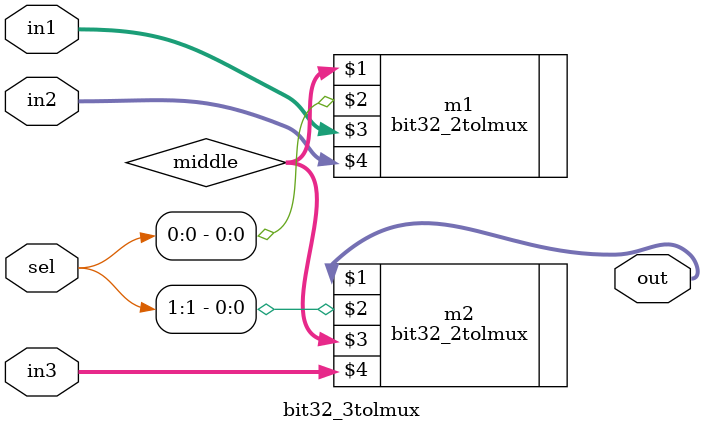
<source format=v>
`include "bit32_2tolmux.v"

module bit32_3tolmux(out, sel, in1,in2,in3);

input [31:0] in1,in2,in3;
output [31:0] out;
wire [31:0] middle;
input [1:0] sel;

bit32_2tolmux m1(middle, sel[0], in1, in2);
bit32_2tolmux m2(out, sel[1], middle, in3);

endmodule

</source>
